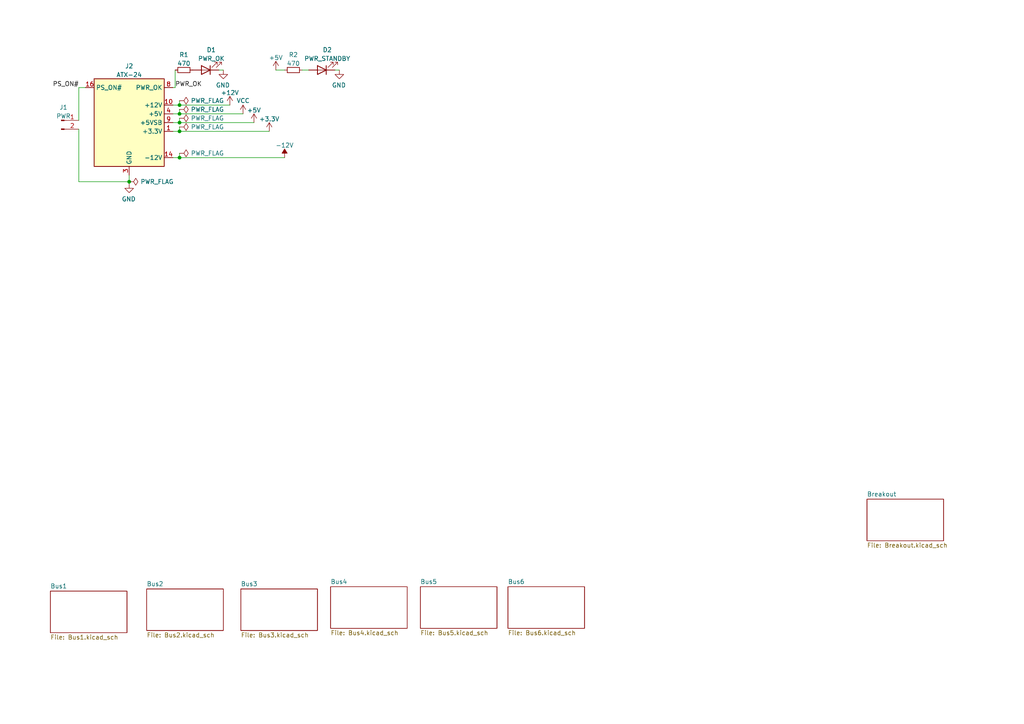
<source format=kicad_sch>
(kicad_sch (version 20211123) (generator eeschema)
  (paper "A4")
  (lib_symbols
    (symbol "Connector:ATX-24"
      (property "Reference" "J" (at -8.89 13.97 0))
      (property "Value" "ATX-24" (at 6.35 13.97 0))
      (symbol "ATX-24_0_1"
        (rectangle (start -10.16 12.7) (end 10.16 -12.7) (stroke (width 0.254)) (fill (type background)))
      )
      (symbol "ATX-24_1_1"
        (pin power_out line (at 12.7 -2.54 180) (length 2.54) (name "+3.3V") (number "1"))
        (pin power_out line (at 12.7 5.08 180) (length 2.54) (name "+12V") (number "10"))
        (pin passive line (at 12.7 5.08 180) (length 2.54) hide (name "+12V") (number "11"))
        (pin passive line (at 12.7 -2.54 180) (length 2.54) hide (name "+3.3V") (number "12"))
        (pin passive line (at 12.7 -2.54 180) (length 2.54) hide (name "+3.3V") (number "13"))
        (pin power_out line (at 12.7 -10.16 180) (length 2.54) (name "-12V") (number "14"))
        (pin passive line (at 0 -15.24 90) (length 2.54) hide (name "GND") (number "15"))
        (pin open_collector line (at -12.7 10.16 0) (length 2.54) (name "PS_ON#") (number "16"))
        (pin passive line (at 0 -15.24 90) (length 2.54) hide (name "GND") (number "17"))
        (pin passive line (at 0 -15.24 90) (length 2.54) hide (name "GND") (number "18"))
        (pin passive line (at 0 -15.24 90) (length 2.54) hide (name "GND") (number "19"))
        (pin passive line (at 12.7 -2.54 180) (length 2.54) hide (name "+3.3V") (number "2"))
        (pin no_connect line (at -10.16 0 0) (length 2.54) hide (name "NC") (number "20"))
        (pin passive line (at 12.7 2.54 180) (length 2.54) hide (name "+5V") (number "21"))
        (pin passive line (at 12.7 2.54 180) (length 2.54) hide (name "+5V") (number "22"))
        (pin passive line (at 12.7 2.54 180) (length 2.54) hide (name "+5V") (number "23"))
        (pin passive line (at 0 -15.24 90) (length 2.54) hide (name "GND") (number "24"))
        (pin power_out line (at 0 -15.24 90) (length 2.54) (name "GND") (number "3"))
        (pin power_out line (at 12.7 2.54 180) (length 2.54) (name "+5V") (number "4"))
        (pin passive line (at 0 -15.24 90) (length 2.54) hide (name "GND") (number "5"))
        (pin passive line (at 12.7 2.54 180) (length 2.54) hide (name "+5V") (number "6"))
        (pin passive line (at 0 -15.24 90) (length 2.54) hide (name "GND") (number "7"))
        (pin output line (at 12.7 10.16 180) (length 2.54) (name "PWR_OK") (number "8"))
        (pin power_out line (at 12.7 0 180) (length 2.54) (name "+5VSB") (number "9"))
      )
    )
    (symbol "Connector:Conn_01x02_Male" (pin_names (offset 1.016) hide)
      (property "Reference" "J" (at 0 2.54 0))
      (property "Value" "Conn_01x02_Male" (at 0 -5.08 0))
      (symbol "Conn_01x02_Male_1_1"
        (polyline (pts (xy 1.27 -2.54) (xy 0.8636 -2.54)) (stroke (width 0.1524)))
        (polyline (pts (xy 1.27 0) (xy 0.8636 0)) (stroke (width 0.1524)))
        (rectangle (start 0.8636 -2.413) (end 0 -2.667) (stroke (width 0.1524)) (fill (type outline)))
        (rectangle (start 0.8636 0.127) (end 0 -0.127) (stroke (width 0.1524)) (fill (type outline)))
        (pin passive line (at 5.08 0 180) (length 3.81) (name "Pin_1") (number "1"))
        (pin passive line (at 5.08 -2.54 180) (length 3.81) (name "Pin_2") (number "2"))
      )
    )
    (symbol "Device:LED" (pin_numbers hide) (pin_names (offset 1.016) hide)
      (property "Reference" "D" (at 0 2.54 0))
      (property "Value" "LED" (at 0 -2.54 0))
      (symbol "LED_0_1"
        (polyline (pts (xy -1.27 -1.27) (xy -1.27 1.27)) (stroke (width 0.254)))
        (polyline (pts (xy -1.27 0) (xy 1.27 0)))
        (polyline (pts (xy 1.27 -1.27) (xy 1.27 1.27) (xy -1.27 0) (xy 1.27 -1.27)) (stroke (width 0.254)))
        (polyline (pts (xy -3.048 -0.762) (xy -4.572 -2.286) (xy -3.81 -2.286) (xy -4.572 -2.286) (xy -4.572 -1.524)))
        (polyline (pts (xy -1.778 -0.762) (xy -3.302 -2.286) (xy -2.54 -2.286) (xy -3.302 -2.286) (xy -3.302 -1.524)))
      )
      (symbol "LED_1_1"
        (pin passive line (at -3.81 0 0) (length 2.54) (name "K") (number "1"))
        (pin passive line (at 3.81 0 180) (length 2.54) (name "A") (number "2"))
      )
    )
    (symbol "Device:R_Small" (pin_numbers hide) (pin_names (offset 0.254) hide)
      (property "Reference" "R" (at 0.762 0.508 0))
      (property "Value" "R_Small" (at 0.762 -1.016 0))
      (symbol "R_Small_0_1"
        (rectangle (start -0.762 1.778) (end 0.762 -1.778) (stroke (width 0.2032)))
      )
      (symbol "R_Small_1_1"
        (pin passive line (at 0 2.54 270) (length 0.762) (name "~") (number "1"))
        (pin passive line (at 0 -2.54 90) (length 0.762) (name "~") (number "2"))
      )
    )
    (symbol "power:+12V" (power) (pin_names (offset 0))
      (property "Value" "+12V" (at 0 3.556 0))
      (symbol "+12V_0_1"
        (polyline (pts (xy -0.762 1.27) (xy 0 2.54)))
        (polyline (pts (xy 0 0) (xy 0 2.54)))
        (polyline (pts (xy 0 2.54) (xy 0.762 1.27)))
      )
      (symbol "+12V_1_1"
        (pin power_in line (at 0 0 90) (length 0) hide (name "+12V") (number "1"))
      )
    )
    (symbol "power:+3.3V" (power) (pin_names (offset 0))
      (property "Value" "+3.3V" (at 0 3.556 0))
      (symbol "+3.3V_0_1"
        (polyline (pts (xy -0.762 1.27) (xy 0 2.54)))
        (polyline (pts (xy 0 0) (xy 0 2.54)))
        (polyline (pts (xy 0 2.54) (xy 0.762 1.27)))
      )
      (symbol "+3.3V_1_1"
        (pin power_in line (at 0 0 90) (length 0) hide (name "+3.3V") (number "1"))
      )
    )
    (symbol "power:+5V" (power) (pin_names (offset 0))
      (property "Value" "+5V" (at 0 3.556 0))
      (symbol "+5V_0_1"
        (polyline (pts (xy -0.762 1.27) (xy 0 2.54)))
        (polyline (pts (xy 0 0) (xy 0 2.54)))
        (polyline (pts (xy 0 2.54) (xy 0.762 1.27)))
      )
      (symbol "+5V_1_1"
        (pin power_in line (at 0 0 90) (length 0) hide (name "+5V") (number "1"))
      )
    )
    (symbol "power:-12V" (power) (pin_names (offset 0))
      (property "Value" "-12V" (at 0 3.81 0))
      (symbol "-12V_0_0"
        (pin power_in line (at 0 0 90) (length 0) hide (name "-12V") (number "1"))
      )
      (symbol "-12V_0_1"
        (polyline (pts (xy 0 0) (xy 0 1.27) (xy 0.762 1.27) (xy 0 2.54) (xy -0.762 1.27) (xy 0 1.27)) (fill (type outline)))
      )
    )
    (symbol "power:GND" (power) (pin_names (offset 0))
      (property "Value" "GND" (at 0 -3.81 0))
      (symbol "GND_0_1"
        (polyline (pts (xy 0 0) (xy 0 -1.27) (xy 1.27 -1.27) (xy 0 -2.54) (xy -1.27 -1.27) (xy 0 -1.27)))
      )
      (symbol "GND_1_1"
        (pin power_in line (at 0 0 270) (length 0) hide (name "GND") (number "1"))
      )
    )
    (symbol "power:PWR_FLAG" (power) (pin_numbers hide) (pin_names (offset 0) hide)
      (property "Value" "PWR_FLAG" (at 0 3.81 0))
      (symbol "PWR_FLAG_0_0"
        (pin power_out line (at 0 0 90) (length 0) (name "pwr") (number "1"))
      )
      (symbol "PWR_FLAG_0_1"
        (polyline (pts (xy 0 0) (xy 0 1.27) (xy -1.016 1.905) (xy 0 2.54) (xy 1.016 1.905) (xy 0 1.27)))
      )
    )
    (symbol "power:VCC" (power) (pin_names (offset 0))
      (property "Value" "VCC" (at 0 3.81 0))
      (symbol "VCC_0_1"
        (polyline (pts (xy -0.762 1.27) (xy 0 2.54)))
        (polyline (pts (xy 0 0) (xy 0 2.54)))
        (polyline (pts (xy 0 2.54) (xy 0.762 1.27)))
      )
      (symbol "VCC_1_1"
        (pin power_in line (at 0 0 90) (length 0) hide (name "VCC") (number "1"))
      )
    )
  )
  (junction (at 37.465 52.705))
  (junction (at 52.07 30.48))
  (junction (at 52.07 38.1))
  (junction (at 52.07 45.72))
  (junction (at 52.07 35.56))
  (junction (at 52.07 33.02))
  (wire (pts (xy 52.07 31.75) (xy 52.07 33.02)))
  (wire (pts (xy 22.86 25.4) (xy 22.86 34.925)))
  (wire (pts (xy 22.86 37.465) (xy 22.86 52.705)))
  (wire (pts (xy 50.8 20.32) (xy 50.8 25.4)))
  (wire (pts (xy 22.86 52.705) (xy 37.465 52.705)))
  (wire (pts (xy 52.07 36.83) (xy 52.07 38.1)))
  (wire (pts (xy 89.535 20.32) (xy 87.63 20.32)))
  (wire (pts (xy 52.07 45.72) (xy 82.55 45.72)))
  (wire (pts (xy 52.07 38.1) (xy 78.105 38.1)))
  (wire (pts (xy 52.07 30.48) (xy 66.675 30.48)))
  (wire (pts (xy 50.165 33.02) (xy 52.07 33.02)))
  (wire (pts (xy 64.77 20.32) (xy 63.5 20.32)))
  (wire (pts (xy 50.165 30.48) (xy 52.07 30.48)))
  (wire (pts (xy 50.165 35.56) (xy 52.07 35.56)))
  (wire (pts (xy 52.07 35.56) (xy 73.66 35.56)))
  (wire (pts (xy 52.07 44.45) (xy 52.07 45.72)))
  (wire (pts (xy 24.765 25.4) (xy 22.86 25.4)))
  (wire (pts (xy 52.07 34.29) (xy 52.07 35.56)))
  (wire (pts (xy 52.07 33.02) (xy 70.485 33.02)))
  (wire (pts (xy 50.8 25.4) (xy 50.165 25.4)))
  (wire (pts (xy 37.465 52.705) (xy 37.465 53.34)))
  (wire (pts (xy 50.165 38.1) (xy 52.07 38.1)))
  (wire (pts (xy 50.165 45.72) (xy 52.07 45.72)))
  (wire (pts (xy 98.425 20.32) (xy 97.155 20.32)))
  (wire (pts (xy 80.01 20.32) (xy 82.55 20.32)))
  (wire (pts (xy 52.07 29.21) (xy 52.07 30.48)))
  (wire (pts (xy 37.465 50.8) (xy 37.465 52.705)))
  (label "PWR_OK" (at 50.8 25.4 0))
  (label "PS_ON#" (at 22.86 25.4 180))
  (symbol (lib_id "power:GND") (at 37.465 53.34 0) (mirror y) (unit 1)
    (property "Reference" "#PWR01" (effects hide))
    (property "Value" "GND" (at 37.338 57.7342 0))
  )
  (symbol (lib_id "Connector:Conn_01x02_Male") (at 17.78 34.925 0) (unit 1)
    (property "Reference" "J1" (at 18.415 31.149 0))
    (property "Value" "PWR" (at 18.415 33.6859 0))
    (property "Footprint" "Connector_PinHeader_2.54mm:PinHeader_1x02_P2.54mm_Vertical" (effects hide))
  )
  (symbol (lib_id "power:-12V") (at 82.55 45.72 0) (unit 1)
    (property "Reference" "#PWR08" (effects hide))
    (property "Value" "-12V" (at 82.55 42.1442 0))
  )
  (symbol (lib_id "Device:R_Small") (at 53.34 20.32 90) (unit 1)
    (property "Reference" "R1" (at 53.34 15.8836 90))
    (property "Value" "470" (at 53.34 18.4205 90))
    (property "Footprint" "Resistor_THT:R_Axial_DIN0204_L3.6mm_D1.6mm_P7.62mm_Horizontal" (effects hide))
  )
  (symbol (lib_id "power:+5V") (at 73.66 35.56 0) (unit 1)
    (property "Reference" "#PWR05" (effects hide))
    (property "Value" "+5V" (at 73.66 31.9842 0))
  )
  (symbol (lib_id "power:VCC") (at 70.485 33.02 0) (mirror y) (unit 1)
    (property "Reference" "#PWR04" (effects hide))
    (property "Value" "VCC" (at 68.58 29.21 0) (effects (justify right)))
  )
  (symbol (lib_id "power:PWR_FLAG") (at 52.07 34.29 270) (mirror x) (unit 1)
    (property "Reference" "#FLG04" (effects hide))
    (property "Value" "PWR_FLAG" (at 55.3212 34.29 90) (effects (justify left)))
  )
  (symbol (lib_id "power:GND") (at 64.77 20.32 0) (mirror y) (unit 1)
    (property "Reference" "#PWR02" (effects hide))
    (property "Value" "GND" (at 64.643 24.7142 0))
  )
  (symbol (lib_id "Device:LED") (at 59.69 20.32 180) (unit 1)
    (property "Reference" "D1" (at 61.2775 14.4612 0))
    (property "Value" "PWR_OK" (at 61.2775 16.9981 0))
    (property "Footprint" "LED_THT:LED_D3.0mm" (effects hide))
  )
  (symbol (lib_id "power:+5V") (at 80.01 20.32 0) (unit 1)
    (property "Reference" "#PWR07" (effects hide))
    (property "Value" "+5V" (at 80.01 16.7442 0))
  )
  (symbol (lib_id "Device:LED") (at 93.345 20.32 180) (unit 1)
    (property "Reference" "D2" (at 94.9325 14.4612 0))
    (property "Value" "PWR_STANDBY" (at 94.9325 16.9981 0))
    (property "Footprint" "LED_THT:LED_D3.0mm" (effects hide))
  )
  (symbol (lib_id "Connector:ATX-24") (at 37.465 35.56 0) (unit 1)
    (property "Reference" "J2" (at 37.465 19.1602 0))
    (property "Value" "ATX-24" (at 37.465 21.6971 0))
    (property "Footprint" "Connector_Molex:Molex_Mini-Fit_Jr_5566-24A_2x12_P4.20mm_Vertical" (effects hide))
    (property "Datasheet" "https://www.intel.com/content/dam/www/public/us/en/documents/guides/power-supply-design-guide-june.pdf#page=33" (effects hide))
  )
  (symbol (lib_id "power:PWR_FLAG") (at 52.07 29.21 270) (mirror x) (unit 1)
    (property "Reference" "#FLG02" (effects hide))
    (property "Value" "PWR_FLAG" (at 55.3212 29.21 90) (effects (justify left)))
  )
  (symbol (lib_id "power:PWR_FLAG") (at 37.465 52.705 270) (mirror x) (unit 1)
    (property "Reference" "#FLG01" (effects hide))
    (property "Value" "PWR_FLAG" (at 40.7162 52.705 90) (effects (justify left)))
  )
  (symbol (lib_id "power:PWR_FLAG") (at 52.07 36.83 270) (mirror x) (unit 1)
    (property "Reference" "#FLG05" (effects hide))
    (property "Value" "PWR_FLAG" (at 55.3212 36.83 90) (effects (justify left)))
  )
  (symbol (lib_id "power:PWR_FLAG") (at 52.07 44.45 270) (mirror x) (unit 1)
    (property "Reference" "#FLG06" (effects hide))
    (property "Value" "PWR_FLAG" (at 55.3212 44.45 90) (effects (justify left)))
  )
  (symbol (lib_id "power:GND") (at 98.425 20.32 0) (mirror y) (unit 1)
    (property "Reference" "#PWR09" (effects hide))
    (property "Value" "GND" (at 98.298 24.7142 0))
  )
  (symbol (lib_id "power:PWR_FLAG") (at 52.07 31.75 270) (mirror x) (unit 1)
    (property "Reference" "#FLG03" (effects hide))
    (property "Value" "PWR_FLAG" (at 55.3212 31.75 90) (effects (justify left)))
  )
  (symbol (lib_id "power:+12V") (at 66.675 30.48 0) (unit 1)
    (property "Reference" "#PWR03" (effects hide))
    (property "Value" "+12V" (at 66.675 26.9042 0))
  )
  (symbol (lib_id "Device:R_Small") (at 85.09 20.32 90) (unit 1)
    (property "Reference" "R2" (at 85.09 15.8836 90))
    (property "Value" "470" (at 85.09 18.4205 90))
    (property "Footprint" "Resistor_THT:R_Axial_DIN0204_L3.6mm_D1.6mm_P7.62mm_Horizontal" (effects hide))
  )
  (symbol (lib_id "power:+3.3V") (at 78.105 38.1 0) (unit 1)
    (property "Reference" "#PWR06" (effects hide))
    (property "Value" "+3.3V" (at 78.105 34.5242 0))
  )
  (sheet (at 95.885 170.18) (size 22.225 12.065) (stroke (width 0.1524))
    (property "Sheet name" "Bus4" (at 95.885 169.4684 0) (effects (justify left bottom)))
    (property "Sheet file" "Bus4.kicad_sch" (at 95.885 182.8296 0) (effects (justify left top)))
  )
  (sheet (at 69.85 170.815) (size 22.225 12.065) (stroke (width 0.1524))
    (property "Sheet name" "Bus3" (at 69.85 170.1034 0) (effects (justify left bottom)))
    (property "Sheet file" "Bus3.kicad_sch" (at 69.85 183.4646 0) (effects (justify left top)))
  )
  (sheet (at 121.92 170.18) (size 22.225 12.065) (stroke (width 0.1524))
    (property "Sheet name" "Bus5" (at 121.92 169.4684 0) (effects (justify left bottom)))
    (property "Sheet file" "Bus5.kicad_sch" (at 121.92 182.8296 0) (effects (justify left top)))
  )
  (sheet (at 251.46 144.78) (size 22.225 12.065) (stroke (width 0.1524))
    (property "Sheet name" "Breakout" (at 251.46 144.0684 0) (effects (justify left bottom)))
    (property "Sheet file" "Breakout.kicad_sch" (at 251.46 157.4296 0) (effects (justify left top)))
  )
  (sheet (at 42.545 170.815) (size 22.225 12.065) (stroke (width 0.1524))
    (property "Sheet name" "Bus2" (at 42.545 170.1034 0) (effects (justify left bottom)))
    (property "Sheet file" "Bus2.kicad_sch" (at 42.545 183.4646 0) (effects (justify left top)))
  )
  (sheet (at 14.605 171.45) (size 22.225 12.065) (stroke (width 0.1524))
    (property "Sheet name" "Bus1" (at 14.605 170.7384 0) (effects (justify left bottom)))
    (property "Sheet file" "Bus1.kicad_sch" (at 14.605 184.0996 0) (effects (justify left top)))
  )
  (sheet (at 147.32 170.18) (size 22.225 12.065) (stroke (width 0.1524))
    (property "Sheet name" "Bus6" (at 147.32 169.4684 0) (effects (justify left bottom)))
    (property "Sheet file" "Bus6.kicad_sch" (at 147.32 182.8296 0) (effects (justify left top)))
  )
)
</source>
